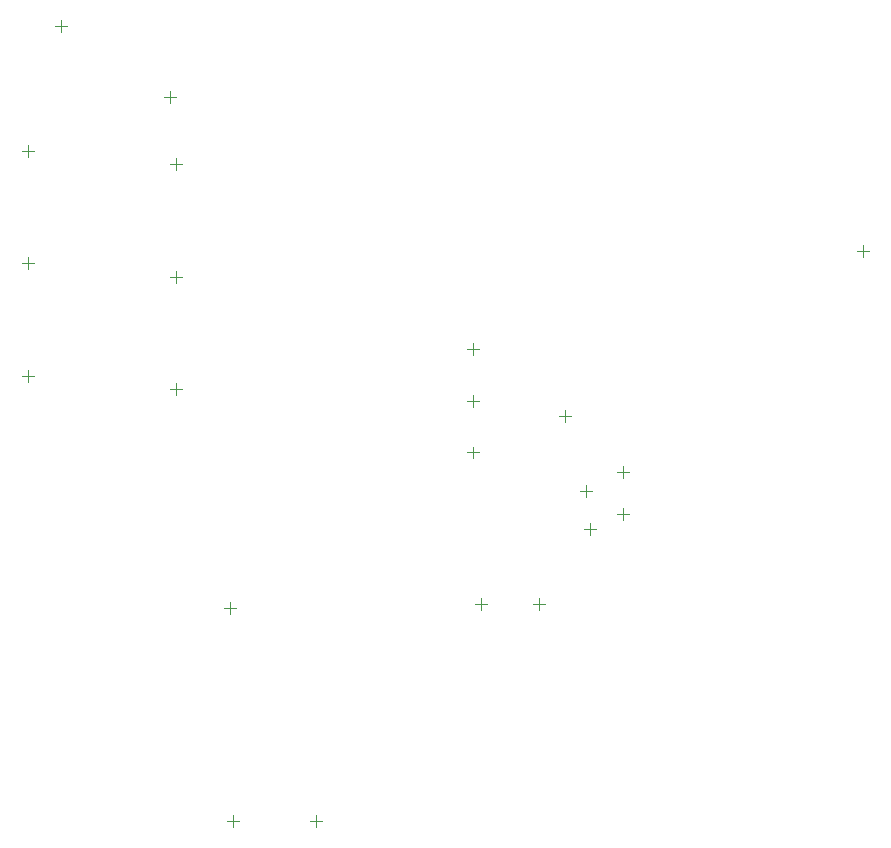
<source format=gbr>
%TF.GenerationSoftware,Altium Limited,Altium Designer,19.1.7 (138)*%
G04 Layer_Color=32896*
%FSLAX26Y26*%
%MOIN*%
%TF.FileFunction,Other,Bottom_Component_Center*%
%TF.Part,Single*%
G01*
G75*
%TA.AperFunction,NonConductor*%
%ADD49C,0.003937*%
D49*
X2705315Y3350000D02*
X2744685D01*
X2725000Y3330315D02*
Y3369685D01*
X2705315Y3175000D02*
X2744685D01*
X2725000Y3155315D02*
Y3194685D01*
X2945000Y2480315D02*
Y2519685D01*
X2925315Y2500000D02*
X2964685D01*
X3115000Y2730315D02*
Y2769685D01*
X3095315Y2750000D02*
X3134685D01*
X1695315Y4190000D02*
X1734685D01*
X1715000Y4170315D02*
Y4209685D01*
X1715315Y3965000D02*
X1754685D01*
X1735000Y3945315D02*
Y3984685D01*
X3010315Y3125000D02*
X3049685D01*
X3030000Y3105315D02*
Y3144685D01*
X1330315Y4425000D02*
X1369685D01*
X1350000Y4405315D02*
Y4444685D01*
X3100000Y2855315D02*
Y2894685D01*
X3080315Y2875000D02*
X3119685D01*
X1240000Y3990315D02*
Y4029685D01*
X1220315Y4010000D02*
X1259685D01*
X1240000Y3615315D02*
Y3654685D01*
X1220315Y3635000D02*
X1259685D01*
X1715315Y3590000D02*
X1754685D01*
X1735000Y3570315D02*
Y3609685D01*
X1240000Y3240315D02*
Y3279685D01*
X1220315Y3260000D02*
X1259685D01*
X1715315Y3215000D02*
X1754685D01*
X1735000Y3195315D02*
Y3234685D01*
X2730315Y2500000D02*
X2769685D01*
X2750000Y2480315D02*
Y2519685D01*
X1925000Y1755315D02*
Y1794685D01*
X1905315Y1775000D02*
X1944685D01*
X3225000Y2920315D02*
Y2959685D01*
X3205315Y2940000D02*
X3244685D01*
X3225000Y2780315D02*
Y2819685D01*
X3205315Y2800000D02*
X3244685D01*
X2180315Y1775000D02*
X2219685D01*
X2200000Y1755315D02*
Y1794685D01*
X4005315Y3675000D02*
X4044685D01*
X4025000Y3655315D02*
Y3694685D01*
X1895315Y2485000D02*
X1934685D01*
X1915000Y2465315D02*
Y2504685D01*
X2705315Y3004528D02*
X2744685D01*
X2725000Y2984843D02*
Y3024213D01*
%TF.MD5,f81facd7114542227712b302570ec188*%
M02*

</source>
